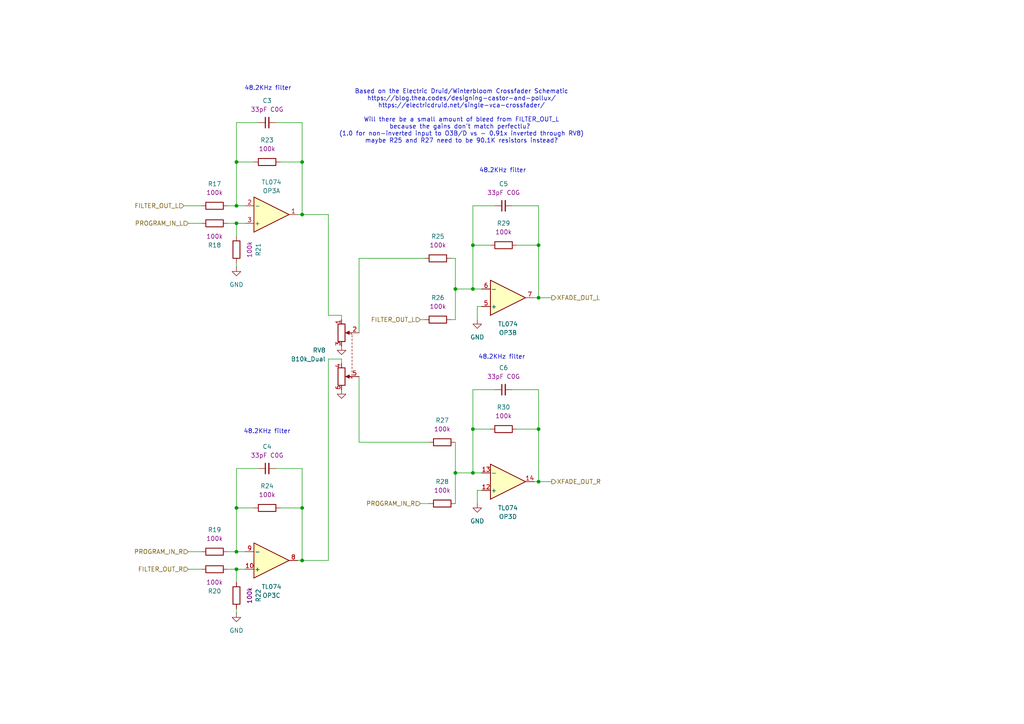
<source format=kicad_sch>
(kicad_sch (version 20250114) (generator "eeschema") (generator_version "9.0")
  (paper "A4")
  (lib_symbols
    (symbol "Amplifier_Operational:TL074" (pin_names (offset 0.127))
      (property "Reference" "U" (at 0 5.08 0))
      (property "Value" "TL074" (at 0 -5.08 0))
      (symbol "TL074_1_1"
        (polyline (pts (xy -5.08 5.08) (xy 5.08 0) (xy -5.08 -5.08) (xy -5.08 5.08)) (stroke (width 0.254)) (fill (type background)))
        (pin input line (at -7.62 2.54 0) (length 2.54) (name "+") (number "3"))
        (pin input line (at -7.62 -2.54 0) (length 2.54) (name "-") (number "2"))
        (pin output line (at 7.62 0 180) (length 2.54) (name "~") (number "1"))
      )
      (symbol "TL074_2_1"
        (polyline (pts (xy -5.08 5.08) (xy 5.08 0) (xy -5.08 -5.08) (xy -5.08 5.08)) (stroke (width 0.254)) (fill (type background)))
        (pin input line (at -7.62 2.54 0) (length 2.54) (name "+") (number "5"))
        (pin input line (at -7.62 -2.54 0) (length 2.54) (name "-") (number "6"))
        (pin output line (at 7.62 0 180) (length 2.54) (name "~") (number "7"))
      )
      (symbol "TL074_3_1"
        (polyline (pts (xy -5.08 5.08) (xy 5.08 0) (xy -5.08 -5.08) (xy -5.08 5.08)) (stroke (width 0.254)) (fill (type background)))
        (pin input line (at -7.62 2.54 0) (length 2.54) (name "+") (number "10"))
        (pin input line (at -7.62 -2.54 0) (length 2.54) (name "-") (number "9"))
        (pin output line (at 7.62 0 180) (length 2.54) (name "~") (number "8"))
      )
      (symbol "TL074_4_1"
        (polyline (pts (xy -5.08 5.08) (xy 5.08 0) (xy -5.08 -5.08) (xy -5.08 5.08)) (stroke (width 0.254)) (fill (type background)))
        (pin input line (at -7.62 2.54 0) (length 2.54) (name "+") (number "12"))
        (pin input line (at -7.62 -2.54 0) (length 2.54) (name "-") (number "13"))
        (pin output line (at 7.62 0 180) (length 2.54) (name "~") (number "14"))
      )
      (symbol "TL074_5_1"
        (pin power_in line (at -2.54 7.62 270) (length 3.81) (name "V+") (number "4"))
        (pin power_in line (at -2.54 -7.62 90) (length 3.81) (name "V-") (number "11"))
      )
    )
    (symbol "Lichen:100k_0603" (pin_numbers (hide yes)) (pin_names (offset 0))
      (property "Reference" "R8" (at 6.35 0 90))
      (property "Display" "100k" (at 3.81 2.54 90))
      (symbol "100k_0603_0_1"
        (rectangle (start -1.016 -2.54) (end 1.016 2.54) (stroke (width 0.254)))
      )
      (symbol "100k_0603_1_1"
        (pin passive line (at 0 3.81 270) (length 1.27) (name "~") (number "1"))
        (pin passive line (at 0 -3.81 90) (length 1.27) (name "~") (number "2"))
      )
    )
    (symbol "Lichen:10K_Potentiometer_Dual_Gang_Alpha_RD902F" (pin_names (offset 1.016) (hide yes))
      (property "Reference" "RV8" (at -1.27 -7.112 90))
      (property "Value" "B10k_Dual" (at 1.27 -7.112 90))
      (symbol "10K_Potentiometer_Dual_Gang_Alpha_RD902F_0_1"
        (rectangle (start -8.89 -1.524) (end -3.81 -3.556) (stroke (width 0.254)))
        (polyline (pts (xy -6.35 0) (xy -6.35 -1.016)))
        (polyline (pts (xy -6.35 0) (xy -6.35 -1.016)))
        (polyline (pts (xy -6.35 0) (xy -5.842 0.508)))
        (polyline (pts (xy -6.35 -1.397) (xy -6.858 -0.254) (xy -5.842 -0.254) (xy -6.35 -1.397)) (fill (type outline)))
        (polyline (pts (xy -5.588 0.508) (xy -5.08 0.508)))
        (polyline (pts (xy -4.572 0.508) (xy -4.064 0.508)))
        (polyline (pts (xy -3.556 0.508) (xy -3.048 0.508)))
        (polyline (pts (xy -2.54 0.508) (xy -2.032 0.508)))
        (polyline (pts (xy -1.524 0.508) (xy -1.016 0.508)))
        (polyline (pts (xy -0.508 0.508) (xy 0 0.508)))
        (polyline (pts (xy 0.508 0.508) (xy 1.016 0.508)))
        (polyline (pts (xy 1.524 0.508) (xy 2.032 0.508)))
        (polyline (pts (xy 2.54 0.508) (xy 3.048 0.508)))
        (polyline (pts (xy 3.556 0.508) (xy 4.064 0.508)))
        (rectangle (start 3.81 -1.524) (end 8.89 -3.556) (stroke (width 0.254)))
        (polyline (pts (xy 4.572 0.508) (xy 5.08 0.508)))
        (polyline (pts (xy 5.588 0.508) (xy 6.096 0.508)))
        (polyline (pts (xy 6.35 0) (xy 6.35 -1.016)))
        (polyline (pts (xy 6.35 0) (xy 6.35 -1.016)))
        (polyline (pts (xy 6.35 -1.397) (xy 5.842 -0.254) (xy 6.858 -0.254) (xy 6.35 -1.397)) (fill (type outline)))
        (polyline (pts (xy 6.604 0.508) (xy 6.858 0.508) (xy 6.35 0)))
      )
      (symbol "10K_Potentiometer_Dual_Gang_Alpha_RD902F_1_1"
        (pin passive line (at -10.16 -2.54 0) (length 1.27) (name "1") (number "1"))
        (pin passive line (at -6.35 2.54 270) (length 2.54) (name "2") (number "2"))
        (pin passive line (at -2.54 -2.54 180) (length 1.27) (name "3") (number "3"))
        (pin passive line (at 2.54 -2.54 0) (length 1.27) (name "4") (number "4"))
        (pin passive line (at 6.35 2.54 270) (length 2.54) (name "5") (number "5"))
        (pin passive line (at 10.16 -2.54 180) (length 1.27) (name "6") (number "6"))
      )
    )
    (symbol "Lichen:33pF_C0G_0603_50V" (pin_numbers (hide yes)) (pin_names (offset 0.254) (hide yes))
      (property "Reference" "C3" (at 6.35 -0.0063 90))
      (property "Display" "33pF C0G" (at 3.81 -0.0063 90))
      (symbol "33pF_C0G_0603_50V_0_1"
        (polyline (pts (xy -1.524 0.508) (xy 1.524 0.508)) (stroke (width 0.3048)))
        (polyline (pts (xy -1.524 -0.508) (xy 1.524 -0.508)) (stroke (width 0.3302)))
      )
      (symbol "33pF_C0G_0603_50V_1_1"
        (pin passive line (at 0 2.54 270) (length 2.032) (name "~") (number "1"))
        (pin passive line (at 0 -2.54 90) (length 2.032) (name "~") (number "2"))
      )
    )
    (symbol "power:GND" (power) (pin_numbers (hide yes)) (pin_names (offset 0) (hide yes))
      (property "Value" "GND" (at 0 -3.81 0))
      (symbol "GND_0_1"
        (polyline (pts (xy 0 0) (xy 0 -1.27) (xy 1.27 -1.27) (xy 0 -2.54) (xy -1.27 -1.27) (xy 0 -1.27)))
      )
      (symbol "GND_1_1"
        (pin power_in line (at 0 0 270) (length 0) (name "~") (number "1"))
      )
    )
  )
  (text "Based on the Electric Druid/Winterbloom Crossfader Schematic\nhttps://blog.thea.codes/designing-castor-and-pollux/\nhttps://electricdruid.net/single-vca-crossfader/\n\nWill there be a small amount of bleed from FILTER_OUT_L\nbecause the gains don't match perfectlu? \n(1.0 for non-inverted input to O3B/D vs - 0.91x inverted through RV8)\nmaybe R25 and R27 need to be 90.1K resistors instead?" (at 133.858 33.782 0) (effects (font (size 1.27 1.27))))
  (text "48.2KHz filter" (at 145.542 103.632 0) (effects (font (size 1.27 1.27))))
  (text "48.2KHz filter" (at 145.796 49.53 0) (effects (font (size 1.27 1.27))))
  (text "48.2KHz filter" (at 77.724 25.654 0) (effects (font (size 1.27 1.27))))
  (text "48.2KHz filter" (at 77.47 125.222 0) (effects (font (size 1.27 1.27))))
  (junction (at 68.58 160.02))
  (junction (at 68.58 59.69))
  (junction (at 137.16 71.12))
  (junction (at 87.63 62.23))
  (junction (at 132.08 137.16))
  (junction (at 156.21 139.7))
  (junction (at 137.16 137.16))
  (junction (at 87.63 162.56))
  (junction (at 87.63 46.99))
  (junction (at 137.16 83.82))
  (junction (at 68.58 46.99))
  (junction (at 132.08 83.82))
  (junction (at 156.21 86.36))
  (junction (at 137.16 124.46))
  (junction (at 156.21 71.12))
  (junction (at 68.58 165.1))
  (junction (at 87.63 147.32))
  (junction (at 156.21 124.46))
  (junction (at 68.58 147.32))
  (junction (at 68.58 64.77))
  (wire (pts (xy 87.63 135.89) (xy 87.63 147.32)))
  (wire (pts (xy 66.04 64.77) (xy 68.58 64.77)))
  (wire (pts (xy 137.16 113.03) (xy 137.16 124.46)))
  (wire (pts (xy 104.14 74.93) (xy 123.19 74.93)))
  (wire (pts (xy 68.58 135.89) (xy 68.58 147.32)))
  (wire (pts (xy 104.14 109.22) (xy 104.14 128.27)))
  (wire (pts (xy 138.43 146.05) (xy 138.43 142.24)))
  (wire (pts (xy 87.63 162.56) (xy 95.25 162.56)))
  (wire (pts (xy 156.21 86.36) (xy 154.94 86.36)))
  (wire (pts (xy 156.21 71.12) (xy 156.21 86.36)))
  (wire (pts (xy 73.66 46.99) (xy 68.58 46.99)))
  (wire (pts (xy 104.14 128.27) (xy 124.46 128.27)))
  (wire (pts (xy 54.61 64.77) (xy 58.42 64.77)))
  (wire (pts (xy 132.08 83.82) (xy 137.16 83.82)))
  (wire (pts (xy 138.43 92.71) (xy 138.43 88.9)))
  (wire (pts (xy 68.58 77.47) (xy 68.58 76.2)))
  (wire (pts (xy 68.58 59.69) (xy 71.12 59.69)))
  (wire (pts (xy 66.04 165.1) (xy 68.58 165.1)))
  (wire (pts (xy 95.25 62.23) (xy 95.25 91.44)))
  (wire (pts (xy 66.04 160.02) (xy 68.58 160.02)))
  (wire (pts (xy 121.92 92.71) (xy 123.19 92.71)))
  (wire (pts (xy 149.86 124.46) (xy 156.21 124.46)))
  (wire (pts (xy 95.25 104.14) (xy 99.06 104.14)))
  (wire (pts (xy 156.21 113.03) (xy 156.21 124.46)))
  (wire (pts (xy 156.21 139.7) (xy 154.94 139.7)))
  (wire (pts (xy 137.16 59.69) (xy 137.16 71.12)))
  (wire (pts (xy 87.63 147.32) (xy 87.63 162.56)))
  (wire (pts (xy 54.61 165.1) (xy 58.42 165.1)))
  (wire (pts (xy 53.34 59.69) (xy 58.42 59.69)))
  (wire (pts (xy 68.58 160.02) (xy 71.12 160.02)))
  (wire (pts (xy 68.58 168.91) (xy 68.58 165.1)))
  (wire (pts (xy 149.86 71.12) (xy 156.21 71.12)))
  (wire (pts (xy 95.25 104.14) (xy 95.25 162.56)))
  (wire (pts (xy 66.04 59.69) (xy 68.58 59.69)))
  (wire (pts (xy 138.43 142.24) (xy 139.7 142.24)))
  (wire (pts (xy 160.02 86.36) (xy 156.21 86.36)))
  (wire (pts (xy 95.25 91.44) (xy 99.06 91.44)))
  (wire (pts (xy 68.58 165.1) (xy 71.12 165.1)))
  (wire (pts (xy 68.58 46.99) (xy 68.58 59.69)))
  (wire (pts (xy 68.58 68.58) (xy 68.58 64.77)))
  (wire (pts (xy 99.06 104.14) (xy 99.06 105.41)))
  (wire (pts (xy 132.08 74.93) (xy 130.81 74.93)))
  (wire (pts (xy 81.28 147.32) (xy 87.63 147.32)))
  (wire (pts (xy 142.24 124.46) (xy 137.16 124.46)))
  (wire (pts (xy 99.06 91.44) (xy 99.06 92.71)))
  (wire (pts (xy 137.16 124.46) (xy 137.16 137.16)))
  (wire (pts (xy 80.01 35.56) (xy 87.63 35.56)))
  (wire (pts (xy 87.63 62.23) (xy 86.36 62.23)))
  (wire (pts (xy 148.59 113.03) (xy 156.21 113.03)))
  (wire (pts (xy 138.43 88.9) (xy 139.7 88.9)))
  (wire (pts (xy 132.08 74.93) (xy 132.08 83.82)))
  (wire (pts (xy 156.21 124.46) (xy 156.21 139.7)))
  (wire (pts (xy 54.61 160.02) (xy 58.42 160.02)))
  (wire (pts (xy 132.08 137.16) (xy 132.08 146.05)))
  (wire (pts (xy 73.66 147.32) (xy 68.58 147.32)))
  (wire (pts (xy 143.51 113.03) (xy 137.16 113.03)))
  (wire (pts (xy 148.59 59.69) (xy 156.21 59.69)))
  (wire (pts (xy 160.02 139.7) (xy 156.21 139.7)))
  (wire (pts (xy 132.08 137.16) (xy 137.16 137.16)))
  (wire (pts (xy 104.14 96.52) (xy 104.14 74.93)))
  (wire (pts (xy 143.51 59.69) (xy 137.16 59.69)))
  (wire (pts (xy 68.58 147.32) (xy 68.58 160.02)))
  (wire (pts (xy 137.16 71.12) (xy 137.16 83.82)))
  (wire (pts (xy 132.08 83.82) (xy 132.08 92.71)))
  (wire (pts (xy 87.63 35.56) (xy 87.63 46.99)))
  (wire (pts (xy 68.58 177.8) (xy 68.58 176.53)))
  (wire (pts (xy 68.58 64.77) (xy 71.12 64.77)))
  (wire (pts (xy 137.16 83.82) (xy 139.7 83.82)))
  (wire (pts (xy 132.08 128.27) (xy 132.08 137.16)))
  (wire (pts (xy 81.28 46.99) (xy 87.63 46.99)))
  (wire (pts (xy 132.08 92.71) (xy 130.81 92.71)))
  (wire (pts (xy 87.63 162.56) (xy 86.36 162.56)))
  (wire (pts (xy 74.93 35.56) (xy 68.58 35.56)))
  (wire (pts (xy 137.16 137.16) (xy 139.7 137.16)))
  (wire (pts (xy 68.58 35.56) (xy 68.58 46.99)))
  (wire (pts (xy 87.63 46.99) (xy 87.63 62.23)))
  (wire (pts (xy 87.63 62.23) (xy 95.25 62.23)))
  (wire (pts (xy 74.93 135.89) (xy 68.58 135.89)))
  (wire (pts (xy 156.21 59.69) (xy 156.21 71.12)))
  (wire (pts (xy 80.01 135.89) (xy 87.63 135.89)))
  (wire (pts (xy 121.92 146.05) (xy 124.46 146.05)))
  (wire (pts (xy 142.24 71.12) (xy 137.16 71.12)))
  (hierarchical_label "XFADE_OUT_R" (shape output) (at 160.02 139.7 0))
  (hierarchical_label "PROGRAM_IN_R" (shape input) (at 54.61 160.02 180))
  (hierarchical_label "PROGRAM_IN_R" (shape input) (at 121.92 146.05 180))
  (hierarchical_label "FILTER_OUT_R" (shape input) (at 54.61 165.1 180))
  (hierarchical_label "PROGRAM_IN_L" (shape input) (at 54.61 64.77 180))
  (hierarchical_label "FILTER_OUT_L" (shape input) (at 121.92 92.71 180))
  (hierarchical_label "XFADE_OUT_L" (shape output) (at 160.02 86.36 0))
  (hierarchical_label "FILTER_OUT_L" (shape input) (at 53.34 59.69 180))
  (symbol (lib_id "Lichen:100k_0603") (at 77.47 46.99 90) (mirror x) (unit 1)
    (property "Reference" "R23" (at 77.47 40.64 90))
    (property "Value" "100k_0603" (effects (hide yes)))
    (property "Footprint" "Lichen:R_0603" (effects (hide yes)))
    (property "Datasheet" "https://www.lcsc.com/datasheet/lcsc_datasheet_2206010045_UNI-ROYAL-Uniroyal-Elec-0603WAF1003T5E_C25803.pdf" (effects (hide yes)))
    (property "Description" "100K, 1%, 1/10W, 0603" (effects (hide yes)))
    (property "Manufacturer" "UNI-ROYAL" (effects (hide yes)))
    (property "Part Number" "0603WAF1003T5E" (effects (hide yes)))
    (property "Display" "100k" (at 77.47 43.18 90))
    (property "LCSC" "C25803" (effects (hide yes)))
  )
  (symbol (lib_id "power:GND") (at 99.06 113.03 0) (unit 1)
    (property "Reference" "#PWR038" (effects (hide yes)))
    (property "Value" "GND" (effects (hide yes)))
    (property "Description" "Power symbol creates a global label with name \"GND\" , ground" (effects (hide yes)))
  )
  (symbol (lib_id "Lichen:100k_0603") (at 62.23 59.69 90) (mirror x) (unit 1)
    (property "Reference" "R17" (at 62.23 53.34 90))
    (property "Value" "100k_0603" (effects (hide yes)))
    (property "Footprint" "Lichen:R_0603" (effects (hide yes)))
    (property "Datasheet" "https://www.lcsc.com/datasheet/lcsc_datasheet_2206010045_UNI-ROYAL-Uniroyal-Elec-0603WAF1003T5E_C25803.pdf" (effects (hide yes)))
    (property "Description" "100K, 1%, 1/10W, 0603" (effects (hide yes)))
    (property "Manufacturer" "UNI-ROYAL" (effects (hide yes)))
    (property "Part Number" "0603WAF1003T5E" (effects (hide yes)))
    (property "Display" "100k" (at 62.23 55.88 90))
    (property "LCSC" "C25803" (effects (hide yes)))
  )
  (symbol (lib_id "Lichen:100k_0603") (at 77.47 147.32 90) (mirror x) (unit 1)
    (property "Reference" "R24" (at 77.47 140.97 90))
    (property "Value" "100k_0603" (effects (hide yes)))
    (property "Footprint" "Lichen:R_0603" (effects (hide yes)))
    (property "Datasheet" "https://www.lcsc.com/datasheet/lcsc_datasheet_2206010045_UNI-ROYAL-Uniroyal-Elec-0603WAF1003T5E_C25803.pdf" (effects (hide yes)))
    (property "Description" "100K, 1%, 1/10W, 0603" (effects (hide yes)))
    (property "Manufacturer" "UNI-ROYAL" (effects (hide yes)))
    (property "Part Number" "0603WAF1003T5E" (effects (hide yes)))
    (property "Display" "100k" (at 77.47 143.51 90))
    (property "LCSC" "C25803" (effects (hide yes)))
  )
  (symbol (lib_id "power:GND") (at 138.43 92.71 0) (unit 1)
    (property "Reference" "#PWR039" (effects (hide yes)))
    (property "Value" "GND" (at 138.43 97.79 0))
    (property "Description" "Power symbol creates a global label with name \"GND\" , ground" (effects (hide yes)))
  )
  (symbol (lib_id "power:GND") (at 99.06 100.33 0) (unit 1)
    (property "Reference" "#PWR037" (effects (hide yes)))
    (property "Value" "GND" (effects (hide yes)))
    (property "Description" "Power symbol creates a global label with name \"GND\" , ground" (effects (hide yes)))
  )
  (symbol (lib_id "Lichen:100k_0603") (at 62.23 165.1 90) (unit 1)
    (property "Reference" "R20" (at 62.23 171.45 90))
    (property "Value" "100k_0603" (effects (hide yes)))
    (property "Footprint" "Lichen:R_0603" (effects (hide yes)))
    (property "Datasheet" "https://www.lcsc.com/datasheet/lcsc_datasheet_2206010045_UNI-ROYAL-Uniroyal-Elec-0603WAF1003T5E_C25803.pdf" (effects (hide yes)))
    (property "Description" "100K, 1%, 1/10W, 0603" (effects (hide yes)))
    (property "Manufacturer" "UNI-ROYAL" (effects (hide yes)))
    (property "Part Number" "0603WAF1003T5E" (effects (hide yes)))
    (property "Display" "100k" (at 62.23 168.91 90))
    (property "LCSC" "C25803" (effects (hide yes)))
  )
  (symbol (lib_id "Lichen:33pF_C0G_0603_50V") (at 146.05 113.03 90) (unit 1)
    (property "Reference" "C6" (at 146.0563 106.68 90))
    (property "Value" "33pF_C0G_0603_50V" (effects (hide yes)))
    (property "Footprint" "Lichen:C_0603" (effects (hide yes)))
    (property "Description" "33pF 50V C0G ±5% 0603 MLCC" (effects (hide yes)))
    (property "Specifications" "33pF 50V C0G ±5% 0603 MLCC" (effects (hide yes)))
    (property "Manufacturer" "Samsung Electro-Mechanics" (effects (hide yes)))
    (property "Part Number" "CL10C330JB8NNNC" (effects (hide yes)))
    (property "Display" "33pF C0G" (at 146.0563 109.22 90))
    (property "LCSC" "C1663" (effects (hide yes)))
  )
  (symbol (lib_id "power:GND") (at 68.58 77.47 0) (unit 1)
    (property "Reference" "#PWR035" (effects (hide yes)))
    (property "Value" "GND" (at 68.58 82.55 0))
    (property "Description" "Power symbol creates a global label with name \"GND\" , ground" (effects (hide yes)))
  )
  (symbol (lib_id "Amplifier_Operational:TL074") (at 78.74 162.56 0) (mirror x) (unit 3)
    (property "Reference" "OP3" (at 78.74 172.72 0))
    (property "Value" "TL074" (at 78.74 170.18 0))
    (property "Footprint" "Package_SO:SOIC-14_3.9x8.7mm_P1.27mm" (effects (hide yes)))
    (property "Datasheet" "http://www.ti.com/lit/ds/symlink/tl071.pdf" (effects (hide yes)))
    (property "Description" "Quad Low-Noise JFET-Input Operational Amplifiers, DIP-14/SOIC-14" (effects (hide yes)))
  )
  (symbol (lib_id "power:GND") (at 68.58 177.8 0) (unit 1)
    (property "Reference" "#PWR036" (effects (hide yes)))
    (property "Value" "GND" (at 68.58 182.88 0))
    (property "Description" "Power symbol creates a global label with name \"GND\" , ground" (effects (hide yes)))
  )
  (symbol (lib_id "Lichen:33pF_C0G_0603_50V") (at 146.05 59.69 90) (unit 1)
    (property "Reference" "C5" (at 146.0563 53.34 90))
    (property "Value" "33pF_C0G_0603_50V" (effects (hide yes)))
    (property "Footprint" "Lichen:C_0603" (effects (hide yes)))
    (property "Description" "33pF 50V C0G ±5% 0603 MLCC" (effects (hide yes)))
    (property "Specifications" "33pF 50V C0G ±5% 0603 MLCC" (effects (hide yes)))
    (property "Manufacturer" "Samsung Electro-Mechanics" (effects (hide yes)))
    (property "Part Number" "CL10C330JB8NNNC" (effects (hide yes)))
    (property "Display" "33pF C0G" (at 146.0563 55.88 90))
    (property "LCSC" "C1663" (effects (hide yes)))
  )
  (symbol (lib_id "Amplifier_Operational:TL074") (at 147.32 139.7 0) (mirror x) (unit 4)
    (property "Reference" "OP3" (at 147.32 149.86 0))
    (property "Value" "TL074" (at 147.32 147.32 0))
    (property "Footprint" "Package_SO:SOIC-14_3.9x8.7mm_P1.27mm" (effects (hide yes)))
    (property "Datasheet" "http://www.ti.com/lit/ds/symlink/tl071.pdf" (effects (hide yes)))
    (property "Description" "Quad Low-Noise JFET-Input Operational Amplifiers, DIP-14/SOIC-14" (effects (hide yes)))
  )
  (symbol (lib_id "Lichen:100k_0603") (at 146.05 124.46 90) (mirror x) (unit 1)
    (property "Reference" "R30" (at 146.05 118.11 90))
    (property "Value" "100k_0603" (effects (hide yes)))
    (property "Footprint" "Lichen:R_0603" (effects (hide yes)))
    (property "Datasheet" "https://www.lcsc.com/datasheet/lcsc_datasheet_2206010045_UNI-ROYAL-Uniroyal-Elec-0603WAF1003T5E_C25803.pdf" (effects (hide yes)))
    (property "Description" "100K, 1%, 1/10W, 0603" (effects (hide yes)))
    (property "Manufacturer" "UNI-ROYAL" (effects (hide yes)))
    (property "Part Number" "0603WAF1003T5E" (effects (hide yes)))
    (property "Display" "100k" (at 146.05 120.65 90))
    (property "LCSC" "C25803" (effects (hide yes)))
  )
  (symbol (lib_id "Lichen:100k_0603") (at 62.23 160.02 90) (mirror x) (unit 1)
    (property "Reference" "R19" (at 62.23 153.67 90))
    (property "Value" "100k_0603" (effects (hide yes)))
    (property "Footprint" "Lichen:R_0603" (effects (hide yes)))
    (property "Datasheet" "https://www.lcsc.com/datasheet/lcsc_datasheet_2206010045_UNI-ROYAL-Uniroyal-Elec-0603WAF1003T5E_C25803.pdf" (effects (hide yes)))
    (property "Description" "100K, 1%, 1/10W, 0603" (effects (hide yes)))
    (property "Manufacturer" "UNI-ROYAL" (effects (hide yes)))
    (property "Part Number" "0603WAF1003T5E" (effects (hide yes)))
    (property "Display" "100k" (at 62.23 156.21 90))
    (property "LCSC" "C25803" (effects (hide yes)))
  )
  (symbol (lib_id "Lichen:100k_0603") (at 146.05 71.12 90) (mirror x) (unit 1)
    (property "Reference" "R29" (at 146.05 64.77 90))
    (property "Value" "100k_0603" (effects (hide yes)))
    (property "Footprint" "Lichen:R_0603" (effects (hide yes)))
    (property "Datasheet" "https://www.lcsc.com/datasheet/lcsc_datasheet_2206010045_UNI-ROYAL-Uniroyal-Elec-0603WAF1003T5E_C25803.pdf" (effects (hide yes)))
    (property "Description" "100K, 1%, 1/10W, 0603" (effects (hide yes)))
    (property "Manufacturer" "UNI-ROYAL" (effects (hide yes)))
    (property "Part Number" "0603WAF1003T5E" (effects (hide yes)))
    (property "Display" "100k" (at 146.05 67.31 90))
    (property "LCSC" "C25803" (effects (hide yes)))
  )
  (symbol (lib_id "Lichen:100k_0603") (at 62.23 64.77 90) (unit 1)
    (property "Reference" "R18" (at 62.23 71.12 90))
    (property "Value" "100k_0603" (effects (hide yes)))
    (property "Footprint" "Lichen:R_0603" (effects (hide yes)))
    (property "Datasheet" "https://www.lcsc.com/datasheet/lcsc_datasheet_2206010045_UNI-ROYAL-Uniroyal-Elec-0603WAF1003T5E_C25803.pdf" (effects (hide yes)))
    (property "Description" "100K, 1%, 1/10W, 0603" (effects (hide yes)))
    (property "Manufacturer" "UNI-ROYAL" (effects (hide yes)))
    (property "Part Number" "0603WAF1003T5E" (effects (hide yes)))
    (property "Display" "100k" (at 62.23 68.58 90))
    (property "LCSC" "C25803" (effects (hide yes)))
  )
  (symbol (lib_id "Lichen:100k_0603") (at 68.58 72.39 180) (unit 1)
    (property "Reference" "R21" (at 74.93 72.39 90))
    (property "Value" "100k_0603" (effects (hide yes)))
    (property "Footprint" "Lichen:R_0603" (effects (hide yes)))
    (property "Datasheet" "https://www.lcsc.com/datasheet/lcsc_datasheet_2206010045_UNI-ROYAL-Uniroyal-Elec-0603WAF1003T5E_C25803.pdf" (effects (hide yes)))
    (property "Description" "100K, 1%, 1/10W, 0603" (effects (hide yes)))
    (property "Manufacturer" "UNI-ROYAL" (effects (hide yes)))
    (property "Part Number" "0603WAF1003T5E" (effects (hide yes)))
    (property "Display" "100k" (at 72.39 72.39 90))
    (property "LCSC" "C25803" (effects (hide yes)))
  )
  (symbol (lib_id "Amplifier_Operational:TL074") (at 78.74 62.23 0) (mirror x) (unit 1)
    (property "Reference" "OP3" (at 78.74 55.372 0))
    (property "Value" "TL074" (at 78.74 52.832 0))
    (property "Footprint" "Package_SO:SOIC-14_3.9x8.7mm_P1.27mm" (effects (hide yes)))
    (property "Datasheet" "http://www.ti.com/lit/ds/symlink/tl071.pdf" (effects (hide yes)))
    (property "Description" "Quad Low-Noise JFET-Input Operational Amplifiers, DIP-14/SOIC-14" (effects (hide yes)))
  )
  (symbol (lib_id "Lichen:33pF_C0G_0603_50V") (at 77.47 135.89 90) (unit 1)
    (property "Reference" "C4" (at 77.4763 129.54 90))
    (property "Value" "33pF_C0G_0603_50V" (effects (hide yes)))
    (property "Footprint" "Lichen:C_0603" (effects (hide yes)))
    (property "Description" "33pF 50V C0G ±5% 0603 MLCC" (effects (hide yes)))
    (property "Specifications" "33pF 50V C0G ±5% 0603 MLCC" (effects (hide yes)))
    (property "Manufacturer" "Samsung Electro-Mechanics" (effects (hide yes)))
    (property "Part Number" "CL10C330JB8NNNC" (effects (hide yes)))
    (property "Display" "33pF C0G" (at 77.4763 132.08 90))
    (property "LCSC" "C1663" (effects (hide yes)))
  )
  (symbol (lib_id "Amplifier_Operational:TL074") (at 147.32 86.36 0) (mirror x) (unit 2)
    (property "Reference" "OP3" (at 147.32 96.52 0))
    (property "Value" "TL074" (at 147.32 93.98 0))
    (property "Footprint" "Package_SO:SOIC-14_3.9x8.7mm_P1.27mm" (effects (hide yes)))
    (property "Datasheet" "http://www.ti.com/lit/ds/symlink/tl071.pdf" (effects (hide yes)))
    (property "Description" "Quad Low-Noise JFET-Input Operational Amplifiers, DIP-14/SOIC-14" (effects (hide yes)))
  )
  (symbol (lib_id "Lichen:100k_0603") (at 68.58 172.72 180) (unit 1)
    (property "Reference" "R22" (at 74.93 172.72 90))
    (property "Value" "100k_0603" (effects (hide yes)))
    (property "Footprint" "Lichen:R_0603" (effects (hide yes)))
    (property "Datasheet" "https://www.lcsc.com/datasheet/lcsc_datasheet_2206010045_UNI-ROYAL-Uniroyal-Elec-0603WAF1003T5E_C25803.pdf" (effects (hide yes)))
    (property "Description" "100K, 1%, 1/10W, 0603" (effects (hide yes)))
    (property "Manufacturer" "UNI-ROYAL" (effects (hide yes)))
    (property "Part Number" "0603WAF1003T5E" (effects (hide yes)))
    (property "Display" "100k" (at 72.39 172.72 90))
    (property "LCSC" "C25803" (effects (hide yes)))
  )
  (symbol (lib_id "Lichen:100k_0603") (at 127 74.93 90) (mirror x) (unit 1)
    (property "Reference" "R25" (at 127 68.58 90))
    (property "Value" "100k_0603" (effects (hide yes)))
    (property "Footprint" "Lichen:R_0603" (effects (hide yes)))
    (property "Datasheet" "https://www.lcsc.com/datasheet/lcsc_datasheet_2206010045_UNI-ROYAL-Uniroyal-Elec-0603WAF1003T5E_C25803.pdf" (effects (hide yes)))
    (property "Description" "100K, 1%, 1/10W, 0603" (effects (hide yes)))
    (property "Manufacturer" "UNI-ROYAL" (effects (hide yes)))
    (property "Part Number" "0603WAF1003T5E" (effects (hide yes)))
    (property "Display" "100k" (at 127 71.12 90))
    (property "LCSC" "C25803" (effects (hide yes)))
  )
  (symbol (lib_id "Lichen:100k_0603") (at 127 92.71 90) (mirror x) (unit 1)
    (property "Reference" "R26" (at 127 86.36 90))
    (property "Value" "100k_0603" (effects (hide yes)))
    (property "Footprint" "Lichen:R_0603" (effects (hide yes)))
    (property "Datasheet" "https://www.lcsc.com/datasheet/lcsc_datasheet_2206010045_UNI-ROYAL-Uniroyal-Elec-0603WAF1003T5E_C25803.pdf" (effects (hide yes)))
    (property "Description" "100K, 1%, 1/10W, 0603" (effects (hide yes)))
    (property "Manufacturer" "UNI-ROYAL" (effects (hide yes)))
    (property "Part Number" "0603WAF1003T5E" (effects (hide yes)))
    (property "Display" "100k" (at 127 88.9 90))
    (property "LCSC" "C25803" (effects (hide yes)))
  )
  (symbol (lib_id "power:GND") (at 138.43 146.05 0) (unit 1)
    (property "Reference" "#PWR040" (effects (hide yes)))
    (property "Value" "GND" (at 138.43 151.13 0))
    (property "Description" "Power symbol creates a global label with name \"GND\" , ground" (effects (hide yes)))
  )
  (symbol (lib_id "Lichen:100k_0603") (at 128.27 146.05 90) (mirror x) (unit 1)
    (property "Reference" "R28" (at 128.27 139.7 90))
    (property "Value" "100k_0603" (effects (hide yes)))
    (property "Footprint" "Lichen:R_0603" (effects (hide yes)))
    (property "Datasheet" "https://www.lcsc.com/datasheet/lcsc_datasheet_2206010045_UNI-ROYAL-Uniroyal-Elec-0603WAF1003T5E_C25803.pdf" (effects (hide yes)))
    (property "Description" "100K, 1%, 1/10W, 0603" (effects (hide yes)))
    (property "Manufacturer" "UNI-ROYAL" (effects (hide yes)))
    (property "Part Number" "0603WAF1003T5E" (effects (hide yes)))
    (property "Display" "100k" (at 128.27 142.24 90))
    (property "LCSC" "C25803" (effects (hide yes)))
  )
  (symbol (lib_id "Lichen:33pF_C0G_0603_50V") (at 77.47 35.56 90) (unit 1)
    (property "Reference" "C3" (at 77.4763 29.21 90))
    (property "Value" "33pF_C0G_0603_50V" (effects (hide yes)))
    (property "Footprint" "Lichen:C_0603" (effects (hide yes)))
    (property "Description" "33pF 50V C0G ±5% 0603 MLCC" (effects (hide yes)))
    (property "Specifications" "33pF 50V C0G ±5% 0603 MLCC" (effects (hide yes)))
    (property "Manufacturer" "Samsung Electro-Mechanics" (effects (hide yes)))
    (property "Part Number" "CL10C330JB8NNNC" (effects (hide yes)))
    (property "Display" "33pF C0G" (at 77.4763 31.75 90))
    (property "LCSC" "C1663" (effects (hide yes)))
  )
  (symbol (lib_id "Lichen:10K_Potentiometer_Dual_Gang_Alpha_RD902F") (at 101.6 102.87 270) (unit 1) (in_bom no)
    (property "Reference" "RV8" (at 94.488 101.6 90) (effects (justify right)))
    (property "Value" "B10k_Dual" (at 94.488 104.14 90) (effects (justify right)))
    (property "Footprint" "Lichen:Potentiometer_Alpha_RD902F-40-00D_Dual_Vertical" (effects (hide yes)))
    (property "Datasheet" "https://www.thonk.co.uk/shop/alpha-9mm-pots-vert-t18-dual-gang/" (effects (hide yes)))
    (property "Description" "Dual potentiometer" (effects (hide yes)))
    (property "Manufacturer" "Alpha" (effects (hide yes)))
    (property "Part Number" "RD90F-40" (effects (hide yes)))
  )
  (symbol (lib_id "Lichen:100k_0603") (at 128.27 128.27 90) (mirror x) (unit 1)
    (property "Reference" "R27" (at 128.27 121.92 90))
    (property "Value" "100k_0603" (effects (hide yes)))
    (property "Footprint" "Lichen:R_0603" (effects (hide yes)))
    (property "Datasheet" "https://www.lcsc.com/datasheet/lcsc_datasheet_2206010045_UNI-ROYAL-Uniroyal-Elec-0603WAF1003T5E_C25803.pdf" (effects (hide yes)))
    (property "Description" "100K, 1%, 1/10W, 0603" (effects (hide yes)))
    (property "Manufacturer" "UNI-ROYAL" (effects (hide yes)))
    (property "Part Number" "0603WAF1003T5E" (effects (hide yes)))
    (property "Display" "100k" (at 128.27 124.46 90))
    (property "LCSC" "C25803" (effects (hide yes)))
  )
)
</source>
